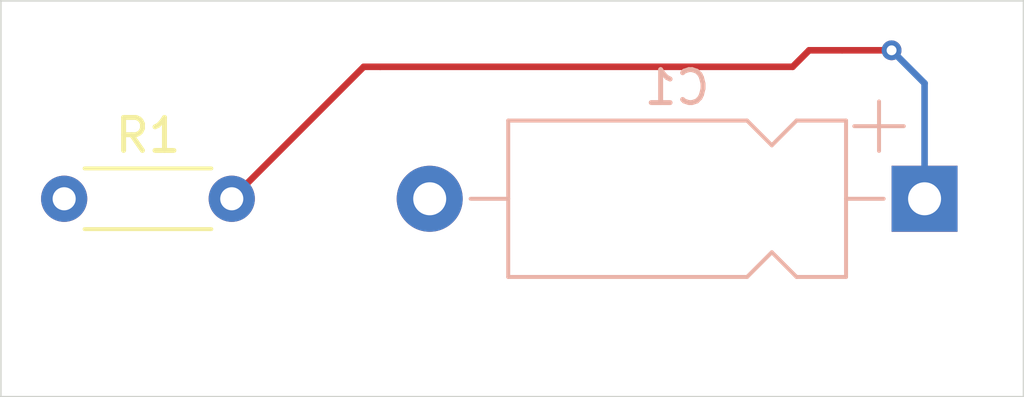
<source format=kicad_pcb>
(kicad_pcb (version 20240108) (generator "pcbnew") (generator_version "8.0")
  (layers (0 "F.Cu" signal) (31 "B.Cu" signal) (34 "B.Paste" user) (35 "F.Paste" user) (36 "B.SilkS" user "B.Silkscreen") (37 "F.SilkS" user "F.Silkscreen") (38 "B.Mask" user) (39 "F.Mask" user) (44 "Edge.Cuts" user))
  (net 0 "")
  (net 2 "Net-(C1-Pad1)")
  (footprint "Resistor_THT:R_Axial_DIN0204_L3.6mm_D1.6mm_P5.08mm_Horizontal" (layer "F.Cu") (at 141.92 105)
    (property "Reference" "R1" (at 2.54 -1.92 0) (layer "F.SilkS"))
    (property "Value" "1k")
    (fp_line (start 0.62 -0.92) (end 4.46 -0.92) (stroke (width 0.12)) (layer "F.SilkS"))
    (fp_line (start 0.62 0.92) (end 4.46 0.92) (stroke (width 0.12)) (layer "F.SilkS"))
    (pad "1" thru_hole circle (at 0 0) (size 1.4 1.4) (drill 0.7) (layers "*.Cu" "*.Mask"))
    (pad "2" thru_hole oval (at 5.08 0) (size 1.4 1.4) (drill 0.7) (layers "*.Cu" "*.Mask") (net 2 "Net-(C1-Pad1)"))
  )
  (footprint "Capacitor_THT:CP_Axial_L10.0mm_D4.5mm_P15.00mm_Horizontal" (layer "B.Cu") (at 168 105 180)
    (property "Reference" "C1" (at 7.5 3.37 360) (layer "B.SilkS") (effects (justify mirror)))
    (property "Value" "1uF")
    (fp_line (start 12.62 2.37) (end 5.38 2.37) (stroke (width 0.12)) (layer "B.SilkS"))
    (fp_line (start 12.62 0) (end 13.76 0) (stroke (width 0.12)) (layer "B.SilkS"))
    (fp_line (start 12.62 -2.37) (end 12.62 2.37) (stroke (width 0.12)) (layer "B.SilkS"))
    (fp_line (start 12.62 -2.37) (end 5.38 -2.37) (stroke (width 0.12)) (layer "B.SilkS"))
    (fp_line (start 5.38 2.37) (end 4.63 1.62) (stroke (width 0.12)) (layer "B.SilkS"))
    (fp_line (start 5.38 -2.37) (end 4.63 -1.62) (stroke (width 0.12)) (layer "B.SilkS"))
    (fp_line (start 4.63 1.62) (end 3.88 2.37) (stroke (width 0.12)) (layer "B.SilkS"))
    (fp_line (start 4.63 -1.62) (end 3.88 -2.37) (stroke (width 0.12)) (layer "B.SilkS"))
    (fp_line (start 3.88 2.37) (end 2.38 2.37) (stroke (width 0.12)) (layer "B.SilkS"))
    (fp_line (start 3.88 -2.37) (end 2.38 -2.37) (stroke (width 0.12)) (layer "B.SilkS"))
    (fp_line (start 2.38 0) (end 1.24 0) (stroke (width 0.12)) (layer "B.SilkS"))
    (fp_line (start 2.38 -2.37) (end 2.38 2.37) (stroke (width 0.12)) (layer "B.SilkS"))
    (fp_line (start 2.13 2.2) (end 0.63 2.2) (stroke (width 0.12)) (layer "B.SilkS"))
    (fp_line (start 1.38 1.45) (end 1.38 2.95) (stroke (width 0.12)) (layer "B.SilkS"))
    (pad "1" thru_hole rect (at 0 0 180) (size 2 2) (drill 1) (layers "*.Cu" "*.Mask") (net 2 "Net-(C1-Pad1)"))
    (pad "2" thru_hole oval (at 15 0 180) (size 2 2) (drill 1) (layers "*.Cu" "*.Mask"))
  )
  (gr_rect (start 140 99) (end 171 111) (stroke (width 0.05)) (fill none) (layer "Edge.Cuts"))
  (segment (start 164.5 100.5) (end 165.5 100.5) (width 0.2) (layer "F.Cu") (net 2))
  (segment (start 164 101) (end 164.5 100.5) (width 0.2) (layer "F.Cu") (net 2))
  (segment (start 165.5 100.5) (end 167 100.5) (width 0.2) (layer "F.Cu") (net 2))
  (segment (start 147 105) (end 151 101) (width 0.2) (layer "F.Cu") (net 2))
  (segment (start 151.5 101) (end 164 101) (width 0.2) (layer "F.Cu") (net 2))
  (segment (start 151 101) (end 151.5 101) (width 0.2) (layer "F.Cu") (net 2))
  (via (at 167 100.5) (size 0.6) (drill 0.3) (layers "F.Cu" "B.Cu") (net 2))
  (segment (start 167 100.5) (end 168 101.5) (width 0.2) (layer "B.Cu") (net 2))
  (segment (start 168 101.5) (end 168 105) (width 0.2) (layer "B.Cu") (net 2))
)
</source>
